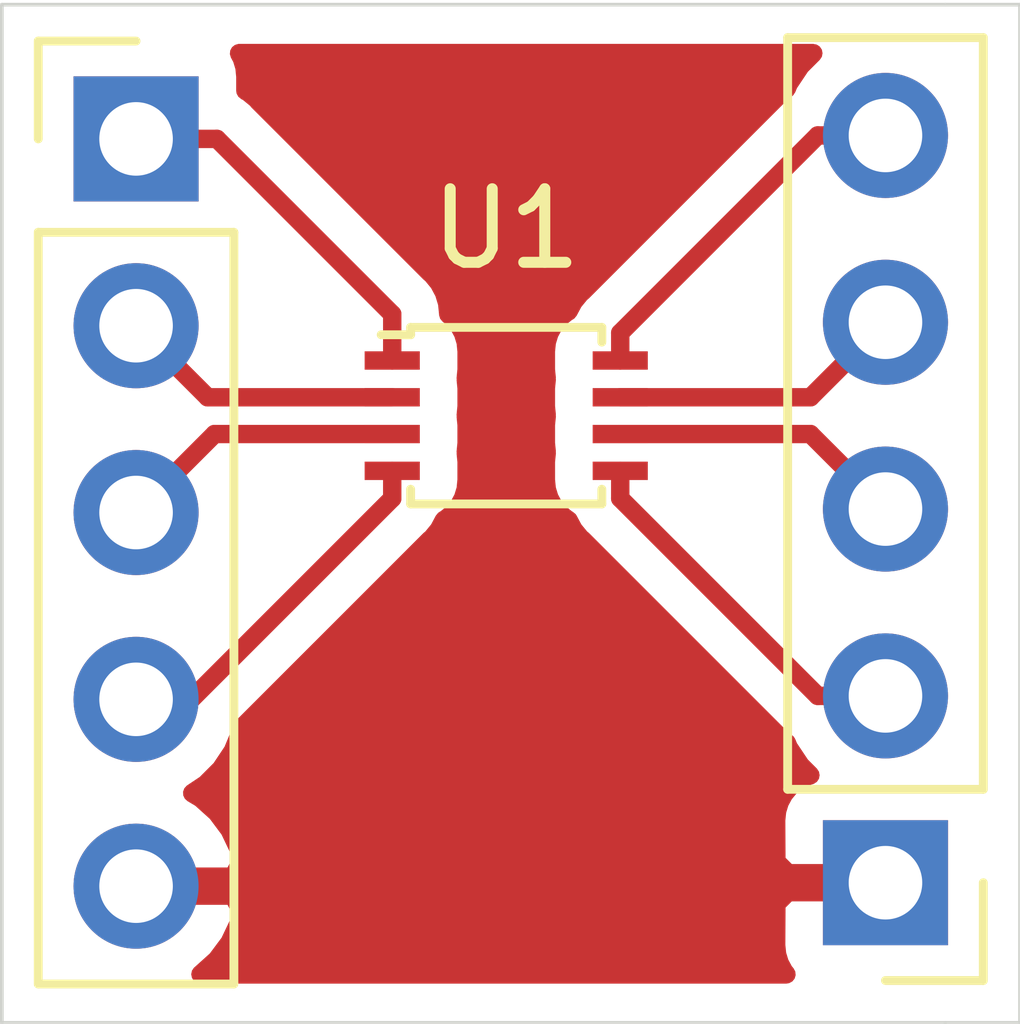
<source format=kicad_pcb>
(kicad_pcb (version 20171130) (host pcbnew "(5.1.5-0-10_14)")

  (general
    (thickness 1.6)
    (drawings 6)
    (tracks 22)
    (zones 0)
    (modules 3)
    (nets 10)
  )

  (page A4)
  (layers
    (0 F.Cu signal)
    (31 B.Cu signal)
    (32 B.Adhes user)
    (33 F.Adhes user)
    (34 B.Paste user)
    (35 F.Paste user)
    (36 B.SilkS user)
    (37 F.SilkS user)
    (38 B.Mask user)
    (39 F.Mask user)
    (40 Dwgs.User user)
    (41 Cmts.User user)
    (42 Eco1.User user)
    (43 Eco2.User user)
    (44 Edge.Cuts user)
    (45 Margin user)
    (46 B.CrtYd user)
    (47 F.CrtYd user)
    (48 B.Fab user)
    (49 F.Fab user)
  )

  (setup
    (last_trace_width 0.25)
    (trace_clearance 0.2)
    (zone_clearance 0.508)
    (zone_45_only no)
    (trace_min 0.2)
    (via_size 0.8)
    (via_drill 0.4)
    (via_min_size 0.4)
    (via_min_drill 0.3)
    (uvia_size 0.3)
    (uvia_drill 0.1)
    (uvias_allowed no)
    (uvia_min_size 0.2)
    (uvia_min_drill 0.1)
    (edge_width 0.05)
    (segment_width 0.2)
    (pcb_text_width 0.3)
    (pcb_text_size 1.5 1.5)
    (mod_edge_width 0.12)
    (mod_text_size 1 1)
    (mod_text_width 0.15)
    (pad_size 1.524 1.524)
    (pad_drill 0.762)
    (pad_to_mask_clearance 0.051)
    (solder_mask_min_width 0.25)
    (aux_axis_origin 0 0)
    (visible_elements FFFFFF7F)
    (pcbplotparams
      (layerselection 0x290aa_7fffffff)
      (usegerberextensions false)
      (usegerberattributes false)
      (usegerberadvancedattributes false)
      (creategerberjobfile false)
      (excludeedgelayer false)
      (linewidth 0.100000)
      (plotframeref false)
      (viasonmask false)
      (mode 1)
      (useauxorigin false)
      (hpglpennumber 1)
      (hpglpenspeed 20)
      (hpglpendiameter 15.000000)
      (psnegative false)
      (psa4output false)
      (plotreference true)
      (plotvalue true)
      (plotinvisibletext false)
      (padsonsilk true)
      (subtractmaskfromsilk false)
      (outputformat 1)
      (mirror false)
      (drillshape 0)
      (scaleselection 1)
      (outputdirectory ""))
  )

  (net 0 "")
  (net 1 "Net-(J1-Pad4)")
  (net 2 "Net-(J1-Pad3)")
  (net 3 "Net-(J1-Pad2)")
  (net 4 "Net-(J1-Pad1)")
  (net 5 "Net-(J2-Pad5)")
  (net 6 "Net-(J2-Pad4)")
  (net 7 "Net-(J2-Pad3)")
  (net 8 "Net-(J2-Pad2)")
  (net 9 GND)

  (net_class Default "This is the default net class."
    (clearance 0.2)
    (trace_width 0.25)
    (via_dia 0.8)
    (via_drill 0.4)
    (uvia_dia 0.3)
    (uvia_drill 0.1)
    (add_net GND)
    (add_net "Net-(J1-Pad1)")
    (add_net "Net-(J1-Pad2)")
    (add_net "Net-(J1-Pad3)")
    (add_net "Net-(J1-Pad4)")
    (add_net "Net-(J2-Pad2)")
    (add_net "Net-(J2-Pad3)")
    (add_net "Net-(J2-Pad4)")
    (add_net "Net-(J2-Pad5)")
  )

  (module Package_SO:VSSOP-8_2.4x2.1mm_P0.5mm (layer F.Cu) (tedit 5A02F25C) (tstamp 5EA7CE46)
    (at 18.923 17.653)
    (descr http://www.ti.com/lit/ml/mpds050d/mpds050d.pdf)
    (tags "VSSOP DCU R-PDSO-G8 Pitch0.5mm")
    (path /5EA7C475)
    (attr smd)
    (fp_text reference U1 (at 0 -2.54) (layer F.SilkS)
      (effects (font (size 1 1) (thickness 0.15)))
    )
    (fp_text value SSOP-8-I (at 0 2.413) (layer F.Fab)
      (effects (font (size 1 1) (thickness 0.15)))
    )
    (fp_text user %R (at 0 0) (layer F.Fab)
      (effects (font (size 0.5 0.5) (thickness 0.1)))
    )
    (fp_line (start -1.2 1.05) (end 1.2 1.05) (layer F.Fab) (width 0.1))
    (fp_line (start 1.2 1.05) (end 1.2 -1.05) (layer F.Fab) (width 0.1))
    (fp_line (start 1.2 -1.05) (end -0.9 -1.05) (layer F.Fab) (width 0.1))
    (fp_line (start -0.9 -1.05) (end -1.2 -0.7) (layer F.Fab) (width 0.1))
    (fp_line (start -1.2 -0.7) (end -1.2 1.05) (layer F.Fab) (width 0.1))
    (fp_line (start -1.3 1.2) (end 1.3 1.2) (layer F.SilkS) (width 0.12))
    (fp_line (start 1.3 1.2) (end 1.3 1) (layer F.SilkS) (width 0.12))
    (fp_line (start 1.3 -1) (end 1.3 -1.2) (layer F.SilkS) (width 0.12))
    (fp_line (start 1.3 -1.2) (end -1.3 -1.2) (layer F.SilkS) (width 0.12))
    (fp_line (start -1.3 -1.2) (end -1.3 -1.1) (layer F.SilkS) (width 0.12))
    (fp_line (start -1.3 -1.1) (end -1.7 -1.1) (layer F.SilkS) (width 0.12))
    (fp_line (start -1.3 1.2) (end -1.3 1) (layer F.SilkS) (width 0.12))
    (fp_line (start -2.18 -1.3) (end 2.18 -1.3) (layer F.CrtYd) (width 0.05))
    (fp_line (start 2.18 -1.3) (end 2.18 1.3) (layer F.CrtYd) (width 0.05))
    (fp_line (start 2.18 1.3) (end -2.18 1.3) (layer F.CrtYd) (width 0.05))
    (fp_line (start -2.18 1.3) (end -2.18 -1.3) (layer F.CrtYd) (width 0.05))
    (pad 8 smd rect (at 1.55 -0.75) (size 0.75 0.25) (layers F.Cu F.Paste F.Mask)
      (net 5 "Net-(J2-Pad5)"))
    (pad 7 smd rect (at 1.55 -0.25) (size 0.75 0.25) (layers F.Cu F.Paste F.Mask)
      (net 6 "Net-(J2-Pad4)"))
    (pad 6 smd rect (at 1.55 0.25) (size 0.75 0.25) (layers F.Cu F.Paste F.Mask)
      (net 7 "Net-(J2-Pad3)"))
    (pad 5 smd rect (at 1.55 0.75) (size 0.75 0.25) (layers F.Cu F.Paste F.Mask)
      (net 8 "Net-(J2-Pad2)"))
    (pad 4 smd rect (at -1.55 0.75) (size 0.75 0.25) (layers F.Cu F.Paste F.Mask)
      (net 1 "Net-(J1-Pad4)"))
    (pad 3 smd rect (at -1.55 0.25) (size 0.75 0.25) (layers F.Cu F.Paste F.Mask)
      (net 2 "Net-(J1-Pad3)"))
    (pad 2 smd rect (at -1.55 -0.25) (size 0.75 0.25) (layers F.Cu F.Paste F.Mask)
      (net 3 "Net-(J1-Pad2)"))
    (pad 1 smd rect (at -1.55 -0.75) (size 0.75 0.25) (layers F.Cu F.Paste F.Mask)
      (net 4 "Net-(J1-Pad1)"))
    (model ${KISYS3DMOD}/Package_SO.3dshapes/VSSOP-8_2.4x2.1mm_P0.5mm.wrl
      (at (xyz 0 0 0))
      (scale (xyz 1 1 1))
      (rotate (xyz 0 0 0))
    )
  )

  (module Connector_PinHeader_2.54mm:PinHeader_1x05_P2.54mm_Vertical (layer F.Cu) (tedit 59FED5CC) (tstamp 5EA7CF4D)
    (at 24.0792 24.003 180)
    (descr "Through hole straight pin header, 1x05, 2.54mm pitch, single row")
    (tags "Through hole pin header THT 1x05 2.54mm single row")
    (path /5EA7F42D)
    (fp_text reference J2 (at 0 -2.33) (layer F.SilkS) hide
      (effects (font (size 1 1) (thickness 0.15)))
    )
    (fp_text value Conn_01x05_Male (at 0 12.49) (layer F.Fab) hide
      (effects (font (size 1 1) (thickness 0.15)))
    )
    (fp_text user %R (at 0 5.08 90) (layer F.Fab)
      (effects (font (size 1 1) (thickness 0.15)))
    )
    (fp_line (start 1.8 -1.8) (end -1.8 -1.8) (layer F.CrtYd) (width 0.05))
    (fp_line (start 1.8 11.95) (end 1.8 -1.8) (layer F.CrtYd) (width 0.05))
    (fp_line (start -1.8 11.95) (end 1.8 11.95) (layer F.CrtYd) (width 0.05))
    (fp_line (start -1.8 -1.8) (end -1.8 11.95) (layer F.CrtYd) (width 0.05))
    (fp_line (start -1.33 -1.33) (end 0 -1.33) (layer F.SilkS) (width 0.12))
    (fp_line (start -1.33 0) (end -1.33 -1.33) (layer F.SilkS) (width 0.12))
    (fp_line (start -1.33 1.27) (end 1.33 1.27) (layer F.SilkS) (width 0.12))
    (fp_line (start 1.33 1.27) (end 1.33 11.49) (layer F.SilkS) (width 0.12))
    (fp_line (start -1.33 1.27) (end -1.33 11.49) (layer F.SilkS) (width 0.12))
    (fp_line (start -1.33 11.49) (end 1.33 11.49) (layer F.SilkS) (width 0.12))
    (fp_line (start -1.27 -0.635) (end -0.635 -1.27) (layer F.Fab) (width 0.1))
    (fp_line (start -1.27 11.43) (end -1.27 -0.635) (layer F.Fab) (width 0.1))
    (fp_line (start 1.27 11.43) (end -1.27 11.43) (layer F.Fab) (width 0.1))
    (fp_line (start 1.27 -1.27) (end 1.27 11.43) (layer F.Fab) (width 0.1))
    (fp_line (start -0.635 -1.27) (end 1.27 -1.27) (layer F.Fab) (width 0.1))
    (pad 5 thru_hole oval (at 0 10.16 180) (size 1.7 1.7) (drill 1) (layers *.Cu *.Mask)
      (net 5 "Net-(J2-Pad5)"))
    (pad 4 thru_hole oval (at 0 7.62 180) (size 1.7 1.7) (drill 1) (layers *.Cu *.Mask)
      (net 6 "Net-(J2-Pad4)"))
    (pad 3 thru_hole oval (at 0 5.08 180) (size 1.7 1.7) (drill 1) (layers *.Cu *.Mask)
      (net 7 "Net-(J2-Pad3)"))
    (pad 2 thru_hole oval (at 0 2.54 180) (size 1.7 1.7) (drill 1) (layers *.Cu *.Mask)
      (net 8 "Net-(J2-Pad2)"))
    (pad 1 thru_hole rect (at 0 0 180) (size 1.7 1.7) (drill 1) (layers *.Cu *.Mask)
      (net 9 GND))
    (model ${KISYS3DMOD}/Connector_PinHeader_2.54mm.3dshapes/PinHeader_1x05_P2.54mm_Vertical.wrl
      (at (xyz 0 0 0))
      (scale (xyz 1 1 1))
      (rotate (xyz 0 0 0))
    )
  )

  (module Connector_PinHeader_2.54mm:PinHeader_1x05_P2.54mm_Vertical (layer F.Cu) (tedit 59FED5CC) (tstamp 5EA7CB50)
    (at 13.890001 13.890001)
    (descr "Through hole straight pin header, 1x05, 2.54mm pitch, single row")
    (tags "Through hole pin header THT 1x05 2.54mm single row")
    (path /5EA7CD46)
    (fp_text reference J1 (at 0 -2.33) (layer F.SilkS) hide
      (effects (font (size 1 1) (thickness 0.15)))
    )
    (fp_text value Conn_01x05_Male (at 0 12.49) (layer F.Fab) hide
      (effects (font (size 1 1) (thickness 0.15)))
    )
    (fp_text user %R (at 0 5.08 90) (layer F.Fab)
      (effects (font (size 1 1) (thickness 0.15)))
    )
    (fp_line (start 1.8 -1.8) (end -1.8 -1.8) (layer F.CrtYd) (width 0.05))
    (fp_line (start 1.8 11.95) (end 1.8 -1.8) (layer F.CrtYd) (width 0.05))
    (fp_line (start -1.8 11.95) (end 1.8 11.95) (layer F.CrtYd) (width 0.05))
    (fp_line (start -1.8 -1.8) (end -1.8 11.95) (layer F.CrtYd) (width 0.05))
    (fp_line (start -1.33 -1.33) (end 0 -1.33) (layer F.SilkS) (width 0.12))
    (fp_line (start -1.33 0) (end -1.33 -1.33) (layer F.SilkS) (width 0.12))
    (fp_line (start -1.33 1.27) (end 1.33 1.27) (layer F.SilkS) (width 0.12))
    (fp_line (start 1.33 1.27) (end 1.33 11.49) (layer F.SilkS) (width 0.12))
    (fp_line (start -1.33 1.27) (end -1.33 11.49) (layer F.SilkS) (width 0.12))
    (fp_line (start -1.33 11.49) (end 1.33 11.49) (layer F.SilkS) (width 0.12))
    (fp_line (start -1.27 -0.635) (end -0.635 -1.27) (layer F.Fab) (width 0.1))
    (fp_line (start -1.27 11.43) (end -1.27 -0.635) (layer F.Fab) (width 0.1))
    (fp_line (start 1.27 11.43) (end -1.27 11.43) (layer F.Fab) (width 0.1))
    (fp_line (start 1.27 -1.27) (end 1.27 11.43) (layer F.Fab) (width 0.1))
    (fp_line (start -0.635 -1.27) (end 1.27 -1.27) (layer F.Fab) (width 0.1))
    (pad 5 thru_hole oval (at 0 10.16) (size 1.7 1.7) (drill 1) (layers *.Cu *.Mask)
      (net 9 GND))
    (pad 4 thru_hole oval (at 0 7.62) (size 1.7 1.7) (drill 1) (layers *.Cu *.Mask)
      (net 1 "Net-(J1-Pad4)"))
    (pad 3 thru_hole oval (at 0 5.08) (size 1.7 1.7) (drill 1) (layers *.Cu *.Mask)
      (net 2 "Net-(J1-Pad3)"))
    (pad 2 thru_hole oval (at 0 2.54) (size 1.7 1.7) (drill 1) (layers *.Cu *.Mask)
      (net 3 "Net-(J1-Pad2)"))
    (pad 1 thru_hole rect (at 0 0) (size 1.7 1.7) (drill 1) (layers *.Cu *.Mask)
      (net 4 "Net-(J1-Pad1)"))
    (model ${KISYS3DMOD}/Connector_PinHeader_2.54mm.3dshapes/PinHeader_1x05_P2.54mm_Vertical.wrl
      (at (xyz 0 0 0))
      (scale (xyz 1 1 1))
      (rotate (xyz 0 0 0))
    )
  )

  (gr_line (start 24.892 25.908) (end 25.908 25.908) (layer Edge.Cuts) (width 0.05) (tstamp 5EA8FEB1))
  (gr_line (start 25.908 12.065) (end 24.892 12.065) (layer Edge.Cuts) (width 0.05) (tstamp 5EA8FEB0))
  (gr_line (start 24.892 12.065) (end 12.065 12.065) (layer Edge.Cuts) (width 0.05) (tstamp 5EA7D03E))
  (gr_line (start 25.908 25.908) (end 25.908 12.065) (layer Edge.Cuts) (width 0.05))
  (gr_line (start 12.065 25.908) (end 24.892 25.908) (layer Edge.Cuts) (width 0.05))
  (gr_line (start 12.065 12.065) (end 12.065 25.908) (layer Edge.Cuts) (width 0.05))

  (segment (start 14.640999 21.510001) (end 13.890001 21.510001) (width 0.25) (layer F.Cu) (net 1))
  (segment (start 17.373 18.778) (end 14.640999 21.510001) (width 0.25) (layer F.Cu) (net 1))
  (segment (start 17.373 18.403) (end 17.373 18.778) (width 0.25) (layer F.Cu) (net 1))
  (segment (start 14.195002 18.665) (end 13.890001 18.970001) (width 0.25) (layer F.Cu) (net 2))
  (segment (start 14.957002 17.903) (end 17.373 17.903) (width 0.25) (layer F.Cu) (net 2))
  (segment (start 13.890001 18.970001) (end 14.957002 17.903) (width 0.25) (layer F.Cu) (net 2))
  (segment (start 14.863 17.403) (end 13.890001 16.430001) (width 0.25) (layer F.Cu) (net 3))
  (segment (start 17.373 17.403) (end 14.863 17.403) (width 0.25) (layer F.Cu) (net 3))
  (segment (start 17.373 16.273) (end 17.373 16.528) (width 0.25) (layer F.Cu) (net 4))
  (segment (start 14.990001 13.890001) (end 17.373 16.273) (width 0.25) (layer F.Cu) (net 4))
  (segment (start 17.373 16.528) (end 17.373 16.903) (width 0.25) (layer F.Cu) (net 4))
  (segment (start 13.890001 13.890001) (end 14.990001 13.890001) (width 0.25) (layer F.Cu) (net 4))
  (segment (start 23.158 13.843) (end 24.0792 13.843) (width 0.25) (layer F.Cu) (net 5))
  (segment (start 20.473 16.528) (end 23.158 13.843) (width 0.25) (layer F.Cu) (net 5))
  (segment (start 20.473 16.903) (end 20.473 16.528) (width 0.25) (layer F.Cu) (net 5))
  (segment (start 23.0592 17.403) (end 24.0792 16.383) (width 0.25) (layer F.Cu) (net 6))
  (segment (start 20.473 17.403) (end 23.0592 17.403) (width 0.25) (layer F.Cu) (net 6))
  (segment (start 23.0592 17.903) (end 24.0792 18.923) (width 0.25) (layer F.Cu) (net 7))
  (segment (start 20.473 17.903) (end 23.0592 17.903) (width 0.25) (layer F.Cu) (net 7))
  (segment (start 23.158 21.463) (end 24.0792 21.463) (width 0.25) (layer F.Cu) (net 8))
  (segment (start 20.473 18.778) (end 23.158 21.463) (width 0.25) (layer F.Cu) (net 8))
  (segment (start 20.473 18.403) (end 20.473 18.778) (width 0.25) (layer F.Cu) (net 8))

  (zone (net 9) (net_name GND) (layer F.Cu) (tstamp 5EA90333) (hatch edge 0.508)
    (connect_pads (clearance 0.508))
    (min_thickness 0.254)
    (fill yes (arc_segments 32) (thermal_gap 0.508) (thermal_bridge_width 0.508))
    (polygon
      (pts
        (xy 25.908 25.8445) (xy 12.065 25.908) (xy 12.065 12.065) (xy 25.908 12.0015)
      )
    )
    (filled_polygon
      (pts
        (xy 22.925725 12.896368) (xy 22.76321 13.139589) (xy 22.735186 13.207244) (xy 22.733724 13.208026) (xy 22.733722 13.208027)
        (xy 22.733723 13.208027) (xy 22.646996 13.279201) (xy 22.646992 13.279205) (xy 22.617999 13.302999) (xy 22.594205 13.331992)
        (xy 19.962001 15.964198) (xy 19.932999 15.987999) (xy 19.838026 16.103724) (xy 19.76827 16.234226) (xy 19.743506 16.247463)
        (xy 19.646815 16.326815) (xy 19.567463 16.423506) (xy 19.508498 16.53382) (xy 19.472188 16.653518) (xy 19.459928 16.778)
        (xy 19.459928 17.028) (xy 19.472188 17.152482) (xy 19.472345 17.153) (xy 19.472188 17.153518) (xy 19.459928 17.278)
        (xy 19.459928 17.528) (xy 19.472188 17.652482) (xy 19.472345 17.653) (xy 19.472188 17.653518) (xy 19.459928 17.778)
        (xy 19.459928 18.028) (xy 19.472188 18.152482) (xy 19.472345 18.153) (xy 19.472188 18.153518) (xy 19.459928 18.278)
        (xy 19.459928 18.528) (xy 19.472188 18.652482) (xy 19.508498 18.77218) (xy 19.567463 18.882494) (xy 19.646815 18.979185)
        (xy 19.743506 19.058537) (xy 19.76827 19.071774) (xy 19.838026 19.202276) (xy 19.932999 19.318001) (xy 19.962001 19.341802)
        (xy 22.594205 21.974008) (xy 22.617999 22.003001) (xy 22.646992 22.026795) (xy 22.646996 22.026799) (xy 22.704268 22.0738)
        (xy 22.733724 22.097974) (xy 22.735186 22.098756) (xy 22.76321 22.166411) (xy 22.925725 22.409632) (xy 23.05758 22.541487)
        (xy 22.98502 22.563498) (xy 22.874706 22.622463) (xy 22.778015 22.701815) (xy 22.698663 22.798506) (xy 22.639698 22.90882)
        (xy 22.603388 23.028518) (xy 22.591128 23.153) (xy 22.5942 23.71725) (xy 22.75295 23.876) (xy 23.9522 23.876)
        (xy 23.9522 23.856) (xy 24.2062 23.856) (xy 24.2062 23.876) (xy 24.2262 23.876) (xy 24.2262 24.13)
        (xy 24.2062 24.13) (xy 24.2062 24.15) (xy 23.9522 24.15) (xy 23.9522 24.13) (xy 22.75295 24.13)
        (xy 22.5942 24.28875) (xy 22.591128 24.853) (xy 22.603388 24.977482) (xy 22.639698 25.09718) (xy 22.698663 25.207494)
        (xy 22.731905 25.248) (xy 14.76662 25.248) (xy 14.771356 25.245179) (xy 14.987589 25.05027) (xy 15.161642 24.816921)
        (xy 15.286826 24.5541) (xy 15.331477 24.406891) (xy 15.210156 24.177001) (xy 14.017001 24.177001) (xy 14.017001 24.197001)
        (xy 13.763001 24.197001) (xy 13.763001 24.177001) (xy 13.743001 24.177001) (xy 13.743001 23.923001) (xy 13.763001 23.923001)
        (xy 13.763001 23.903001) (xy 14.017001 23.903001) (xy 14.017001 23.923001) (xy 15.210156 23.923001) (xy 15.331477 23.693111)
        (xy 15.286826 23.545902) (xy 15.161642 23.283081) (xy 14.987589 23.049732) (xy 14.771356 22.854823) (xy 14.654467 22.785196)
        (xy 14.836633 22.663476) (xy 15.043476 22.456633) (xy 15.205991 22.213412) (xy 15.317933 21.943159) (xy 15.326696 21.899105)
        (xy 17.884003 19.341799) (xy 17.913001 19.318001) (xy 18.007974 19.202276) (xy 18.07773 19.071774) (xy 18.102494 19.058537)
        (xy 18.199185 18.979185) (xy 18.278537 18.882494) (xy 18.337502 18.77218) (xy 18.373812 18.652482) (xy 18.386072 18.528)
        (xy 18.386072 18.278) (xy 18.373812 18.153518) (xy 18.373655 18.153) (xy 18.373812 18.152482) (xy 18.386072 18.028)
        (xy 18.386072 17.778) (xy 18.373812 17.653518) (xy 18.373655 17.653) (xy 18.373812 17.652482) (xy 18.386072 17.528)
        (xy 18.386072 17.278) (xy 18.373812 17.153518) (xy 18.373655 17.153) (xy 18.373812 17.152482) (xy 18.386072 17.028)
        (xy 18.386072 16.778) (xy 18.373812 16.653518) (xy 18.337502 16.53382) (xy 18.278537 16.423506) (xy 18.199185 16.326815)
        (xy 18.136448 16.275328) (xy 18.136677 16.273) (xy 18.122003 16.124014) (xy 18.078546 15.980753) (xy 18.007974 15.848724)
        (xy 17.936799 15.761997) (xy 17.913001 15.732999) (xy 17.884004 15.709202) (xy 15.553805 13.379004) (xy 15.530002 13.35)
        (xy 15.414277 13.255027) (xy 15.378073 13.235675) (xy 15.378073 13.040001) (xy 15.365813 12.915519) (xy 15.329503 12.795821)
        (xy 15.291648 12.725) (xy 23.097093 12.725)
      )
    )
  )
)

</source>
